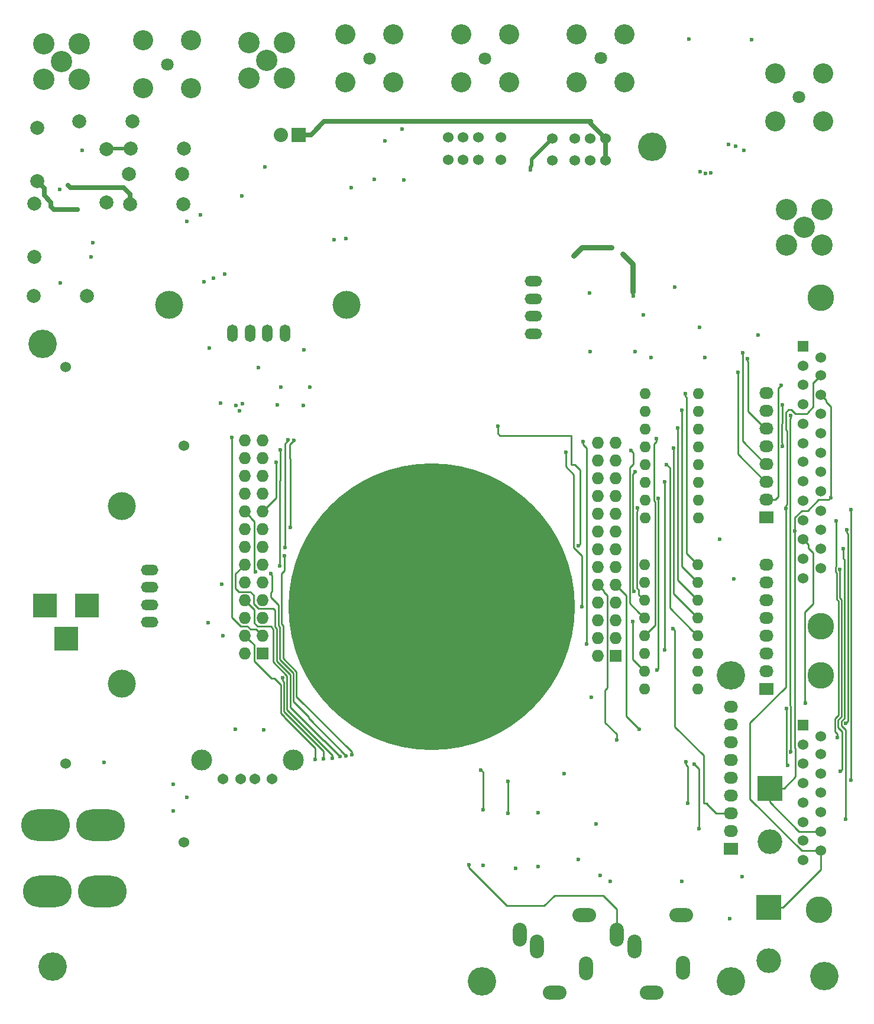
<source format=gbr>
G04 #@! TF.FileFunction,Copper,L4,Bot,Signal*
%FSLAX46Y46*%
G04 Gerber Fmt 4.6, Leading zero omitted, Abs format (unit mm)*
G04 Created by KiCad (PCBNEW 4.0.1-3.201512221401+6198~38~ubuntu15.10.1-stable) date Tue 04 Oct 2016 03:44:24 PM PDT*
%MOMM*%
G01*
G04 APERTURE LIST*
%ADD10C,0.100000*%
%ADD11C,4.064000*%
%ADD12O,1.600000X1.600000*%
%ADD13R,1.727200X1.727200*%
%ADD14O,1.727200X1.727200*%
%ADD15C,1.998980*%
%ADD16O,2.499360X1.501140*%
%ADD17C,1.524000*%
%ADD18C,1.800000*%
%ADD19C,2.880000*%
%ADD20C,3.048000*%
%ADD21R,2.032000X2.032000*%
%ADD22O,2.032000X2.032000*%
%ADD23C,4.000000*%
%ADD24O,7.000000X4.500000*%
%ADD25O,1.501140X2.499360*%
%ADD26R,3.500120X3.500120*%
%ADD27C,3.540760*%
%ADD28R,3.540760X3.540760*%
%ADD29R,2.032000X1.727200*%
%ADD30O,2.032000X1.727200*%
%ADD31C,3.810000*%
%ADD32R,1.524000X1.524000*%
%ADD33C,41.000000*%
%ADD34C,1.540000*%
%ADD35C,3.000000*%
%ADD36O,3.400000X2.000000*%
%ADD37O,2.000000X3.400000*%
%ADD38C,0.600000*%
%ADD39C,0.800000*%
%ADD40C,0.250000*%
%ADD41C,0.700000*%
%ADD42C,0.500000*%
G04 APERTURE END LIST*
D10*
D11*
X136815000Y-45990000D03*
X49585000Y-74180000D03*
X50980000Y-163240000D03*
X161520000Y-164635000D03*
X112460000Y-165405000D03*
X148150000Y-165405000D03*
D12*
X135745000Y-105795000D03*
X135745000Y-108335000D03*
X135745000Y-110875000D03*
X135745000Y-113415000D03*
X135745000Y-115955000D03*
X135745000Y-118495000D03*
X135745000Y-121035000D03*
X135745000Y-123575000D03*
X143365000Y-123575000D03*
X143365000Y-121035000D03*
X143365000Y-118495000D03*
X143365000Y-115955000D03*
X143365000Y-113415000D03*
X143365000Y-110875000D03*
X143365000Y-108335000D03*
X143365000Y-105795000D03*
D13*
X131612160Y-118838160D03*
D14*
X129072160Y-118838160D03*
X131612160Y-116298160D03*
X129072160Y-116298160D03*
X131612160Y-113758160D03*
X129072160Y-113758160D03*
X131612160Y-111218160D03*
X129072160Y-111218160D03*
X131612160Y-108678160D03*
X129072160Y-108678160D03*
X131612160Y-106138160D03*
X129072160Y-106138160D03*
X131612160Y-103598160D03*
X129072160Y-103598160D03*
X131612160Y-101058160D03*
X129072160Y-101058160D03*
X131612160Y-98518160D03*
X129072160Y-98518160D03*
X131612160Y-95978160D03*
X129072160Y-95978160D03*
X131612160Y-93438160D03*
X129072160Y-93438160D03*
X131612160Y-90898160D03*
X129072160Y-90898160D03*
X131612160Y-88358160D03*
X129072160Y-88358160D03*
D15*
X62150000Y-46265000D03*
X69770000Y-46265000D03*
D13*
X81017900Y-118459700D03*
D14*
X78477900Y-118459700D03*
X81017900Y-115919700D03*
X78477900Y-115919700D03*
X81017900Y-113379700D03*
X78477900Y-113379700D03*
X81017900Y-110839700D03*
X78477900Y-110839700D03*
X81017900Y-108299700D03*
X78477900Y-108299700D03*
X81017900Y-105759700D03*
X78477900Y-105759700D03*
X81017900Y-103219700D03*
X78477900Y-103219700D03*
X81017900Y-100679700D03*
X78477900Y-100679700D03*
X81017900Y-98139700D03*
X78477900Y-98139700D03*
X81017900Y-95599700D03*
X78477900Y-95599700D03*
X81017900Y-93059700D03*
X78477900Y-93059700D03*
X81017900Y-90519700D03*
X78477900Y-90519700D03*
X81017900Y-87979700D03*
X78477900Y-87979700D03*
D16*
X119855000Y-70275000D03*
X119855000Y-72775000D03*
X119855000Y-67775000D03*
X119855000Y-65275000D03*
D17*
X115200000Y-44705000D03*
X112000000Y-44705000D03*
X109800000Y-44705000D03*
X107600000Y-44705000D03*
X115200000Y-47905000D03*
X112000000Y-47905000D03*
X109800000Y-47905000D03*
X107600000Y-47905000D03*
D18*
X112920000Y-33395000D03*
D19*
X116350000Y-36825000D03*
X109490000Y-36825000D03*
X109490000Y-29965000D03*
X116350000Y-29965000D03*
D18*
X129450000Y-33330000D03*
D19*
X132880000Y-36760000D03*
X126020000Y-36760000D03*
X126020000Y-29900000D03*
X132880000Y-29900000D03*
D17*
X122550000Y-48005000D03*
X125750000Y-48005000D03*
X127950000Y-48005000D03*
X130150000Y-48005000D03*
X122550000Y-44805000D03*
X125750000Y-44805000D03*
X127950000Y-44805000D03*
X130150000Y-44805000D03*
D20*
X158626227Y-57543329D03*
X161166227Y-55003329D03*
X161166227Y-60083329D03*
X156086227Y-60083329D03*
X156086227Y-55003329D03*
D18*
X157861600Y-38929680D03*
D19*
X154431600Y-42359680D03*
X154431600Y-35499680D03*
X161291600Y-35499680D03*
X161291600Y-42359680D03*
D18*
X96375000Y-33365000D03*
D19*
X99805000Y-36795000D03*
X92945000Y-36795000D03*
X92945000Y-29935000D03*
X99805000Y-29935000D03*
D20*
X81685000Y-33625000D03*
X79145000Y-31085000D03*
X84225000Y-31085000D03*
X84225000Y-36165000D03*
X79145000Y-36165000D03*
D21*
X86245000Y-44330000D03*
D22*
X83705000Y-44330000D03*
D18*
X67410000Y-34230000D03*
D19*
X70840000Y-37660000D03*
X63980000Y-37660000D03*
X63980000Y-30800000D03*
X70840000Y-30800000D03*
D15*
X69720000Y-54210000D03*
X62100000Y-54210000D03*
X69575000Y-49895000D03*
X61955000Y-49895000D03*
D23*
X60880000Y-97450000D03*
X60880000Y-122850000D03*
D16*
X64925000Y-111520000D03*
X64925000Y-114020000D03*
X64925000Y-109020000D03*
X64925000Y-106520000D03*
D24*
X50205000Y-152505000D03*
X58105000Y-152505000D03*
D23*
X67675000Y-68590000D03*
X93075000Y-68590000D03*
D24*
X49945000Y-143015000D03*
X57845000Y-143015000D03*
D17*
X52870000Y-77515000D03*
X52870000Y-134215000D03*
D25*
X79240000Y-72705000D03*
X76740000Y-72705000D03*
X81740000Y-72705000D03*
X84240000Y-72705000D03*
D12*
X135825000Y-81290000D03*
X135825000Y-83830000D03*
X135825000Y-86370000D03*
X135825000Y-88910000D03*
X135825000Y-91450000D03*
X135825000Y-93990000D03*
X135825000Y-96530000D03*
X135825000Y-99070000D03*
X143445000Y-99070000D03*
X143445000Y-96530000D03*
X143445000Y-93990000D03*
X143445000Y-91450000D03*
X143445000Y-88910000D03*
X143445000Y-86370000D03*
X143445000Y-83830000D03*
X143445000Y-81290000D03*
D26*
X55910000Y-111645000D03*
X49910520Y-111645000D03*
X52910260Y-116344000D03*
D20*
X52250000Y-33835000D03*
X49710000Y-36375000D03*
X49710000Y-31295000D03*
X54790000Y-31295000D03*
X54790000Y-36375000D03*
D15*
X48780000Y-50940000D03*
X48780000Y-43320000D03*
X62390000Y-42375000D03*
X54770000Y-42375000D03*
X48340000Y-61780000D03*
X48340000Y-54160000D03*
X58685000Y-46345000D03*
X58685000Y-53965000D03*
X55910000Y-67360000D03*
X48290000Y-67360000D03*
D17*
X69815000Y-88760000D03*
X69815000Y-145460000D03*
D27*
X153685000Y-145375000D03*
D28*
X153685000Y-137755000D03*
D27*
X153555000Y-162445000D03*
D28*
X153555000Y-154825000D03*
D29*
X148150000Y-146435000D03*
D30*
X148150000Y-143895000D03*
X148150000Y-141355000D03*
X148150000Y-138815000D03*
X148150000Y-136275000D03*
X148150000Y-133735000D03*
X148150000Y-131195000D03*
X148150000Y-128655000D03*
X148150000Y-126115000D03*
D29*
X153215000Y-123580000D03*
D30*
X153215000Y-121040000D03*
X153215000Y-118500000D03*
X153215000Y-115960000D03*
X153215000Y-113420000D03*
X153215000Y-110880000D03*
X153215000Y-108340000D03*
X153215000Y-105800000D03*
D29*
X153215000Y-99035000D03*
D30*
X153215000Y-96495000D03*
X153215000Y-93955000D03*
X153215000Y-91415000D03*
X153215000Y-88875000D03*
X153215000Y-86335000D03*
X153215000Y-83795000D03*
X153215000Y-81255000D03*
D31*
X160741000Y-155183000D03*
X160995000Y-121655000D03*
D32*
X158455000Y-128767000D03*
D17*
X158455000Y-131561000D03*
X158455000Y-134228000D03*
X158455000Y-137022000D03*
X158455000Y-139816000D03*
X158455000Y-142610000D03*
X158455000Y-145277000D03*
X158455000Y-148071000D03*
X160995000Y-130341800D03*
X160995000Y-132881800D03*
X160995000Y-135675800D03*
X160995000Y-138419000D03*
X160995000Y-141162200D03*
X160995000Y-143956200D03*
X160995000Y-146699400D03*
D31*
X160965000Y-114595000D03*
X160965000Y-67605000D03*
D32*
X158425000Y-74590000D03*
D17*
X158425000Y-77384000D03*
X158425000Y-80051000D03*
X158425000Y-82845000D03*
X158425000Y-85639000D03*
X158425000Y-88433000D03*
X158425000Y-91100000D03*
X158425000Y-93894000D03*
X158425000Y-96688000D03*
X158425000Y-99482000D03*
X158425000Y-102149000D03*
X158425000Y-104943000D03*
X158425000Y-107737000D03*
X160965000Y-76164800D03*
X160965000Y-78704800D03*
X160965000Y-81498800D03*
X160965000Y-84242000D03*
X160965000Y-86985200D03*
X160965000Y-89779200D03*
X160965000Y-92522400D03*
X160965000Y-95265600D03*
X160965000Y-98110400D03*
X160965000Y-100802800D03*
X160965000Y-103546000D03*
X160965000Y-106340000D03*
D33*
X105250000Y-111805000D03*
D11*
X148150000Y-121615000D03*
D34*
X79925000Y-136475000D03*
X77925000Y-136475000D03*
X82425000Y-136475000D03*
X75425000Y-136475000D03*
D35*
X85495000Y-133765000D03*
X72355000Y-133765000D03*
D36*
X122880000Y-167005000D03*
D37*
X120380000Y-160405000D03*
X117880000Y-158705000D03*
X127380000Y-163505000D03*
D36*
X127080000Y-155905000D03*
X136790000Y-166975000D03*
D37*
X134290000Y-160375000D03*
X131790000Y-158675000D03*
X141290000Y-163475000D03*
D36*
X140990000Y-155875000D03*
D38*
X77185000Y-129330000D03*
X52015000Y-52145000D03*
X128170000Y-124730000D03*
X52100000Y-65515000D03*
X58325000Y-134105000D03*
X120470000Y-141310000D03*
X128835000Y-142860000D03*
X152010000Y-72920000D03*
X144395000Y-76170000D03*
X75174000Y-108599000D03*
X75345000Y-115990000D03*
X75055000Y-82640000D03*
X73420000Y-74795000D03*
X86860000Y-83000000D03*
X87850000Y-80400000D03*
X86945000Y-75045000D03*
X147975000Y-156400000D03*
X149760000Y-150385000D03*
X148535000Y-107805000D03*
X140105000Y-66045000D03*
X134155000Y-67385000D03*
X127880000Y-66900000D03*
X135610000Y-70070000D03*
X132595000Y-61370000D03*
X101250000Y-50755000D03*
X97100000Y-50650000D03*
X78070000Y-53085000D03*
X148755000Y-45905000D03*
X145215000Y-49745000D03*
X143752190Y-49582810D03*
X144475000Y-49845000D03*
X149985000Y-46495000D03*
X147775000Y-45710000D03*
X142060000Y-30615000D03*
X146465000Y-102125000D03*
X143645000Y-71845000D03*
X136665000Y-76170000D03*
X134380000Y-75290000D03*
X101065000Y-43470000D03*
X98600000Y-45155000D03*
X93795000Y-51850000D03*
X56485000Y-61770000D03*
X56734000Y-59770000D03*
X70210000Y-56645000D03*
X72160000Y-55795000D03*
X81185000Y-129405000D03*
X73290000Y-114050000D03*
X127970000Y-75290000D03*
X91325000Y-59350000D03*
X92975000Y-59150000D03*
X72710000Y-65350000D03*
X74070000Y-64810000D03*
X75646240Y-64250000D03*
X80485000Y-77625000D03*
X83175000Y-82970000D03*
X83640000Y-80400000D03*
X124210000Y-135665000D03*
X89740000Y-133565000D03*
X83939960Y-121965000D03*
X116170000Y-141380000D03*
X116170000Y-136815000D03*
X88590000Y-133685000D03*
X110600000Y-148735000D03*
X112604999Y-140860001D03*
X112305000Y-135160000D03*
X91050000Y-133455000D03*
X141115000Y-83655000D03*
X119385000Y-49345000D03*
X141610000Y-81290000D03*
X126260000Y-103105000D03*
X114715000Y-86004990D03*
X76630000Y-87590000D03*
X134700000Y-97700000D03*
X54514489Y-54964489D03*
X53210000Y-51535000D03*
X68285680Y-137180680D03*
X70190000Y-139085000D03*
X68285680Y-140995680D03*
X77267000Y-83000000D03*
X77795000Y-83745000D03*
X78215000Y-82742000D03*
X155959999Y-97775001D03*
X164545000Y-128490000D03*
X164709990Y-100802800D03*
X163389990Y-130510000D03*
X163225000Y-99510000D03*
X156235000Y-134535000D03*
X156060000Y-126345000D03*
X158740000Y-125600000D03*
X165335000Y-136635000D03*
X165290000Y-97920000D03*
X164559998Y-142189998D03*
X164166000Y-103546000D03*
X156685001Y-132514999D03*
X156645000Y-84445000D03*
X163750000Y-135380000D03*
X163710000Y-106450000D03*
X157230010Y-100925000D03*
X162410000Y-96210000D03*
X149770000Y-75475000D03*
X149110000Y-78285000D03*
X155315000Y-80155000D03*
X155510010Y-82970000D03*
X155510010Y-88875000D03*
X150515000Y-76290000D03*
X117330000Y-149190000D03*
X129380000Y-150220000D03*
X112625000Y-148790000D03*
X120525000Y-149000000D03*
X126270000Y-147925000D03*
X130835000Y-151055000D03*
X55215000Y-46510000D03*
X141060000Y-151055000D03*
X133830000Y-89450000D03*
X83590000Y-89390000D03*
X83525010Y-105985000D03*
X92145000Y-133240000D03*
X84245000Y-103360000D03*
X84690000Y-87945000D03*
X137415001Y-87784999D03*
X143505000Y-143515000D03*
X142890000Y-134350000D03*
X93810000Y-132955000D03*
X84225000Y-104565000D03*
X127430000Y-117120000D03*
X126970000Y-88220000D03*
X85542008Y-87976890D03*
X85010000Y-100435000D03*
X139805000Y-114905000D03*
X134235009Y-109620000D03*
X134400000Y-92465000D03*
X82964990Y-91115000D03*
X124460000Y-89715011D03*
X126745000Y-111790000D03*
X134090000Y-113920000D03*
X141890000Y-139895000D03*
X141645000Y-134005020D03*
X93015000Y-133105000D03*
X82245000Y-107025000D03*
X80005000Y-106830000D03*
X134995000Y-129350000D03*
X131765000Y-130815000D03*
X151115000Y-30705000D03*
X81400000Y-48910000D03*
X137545000Y-120905000D03*
X137720000Y-96335000D03*
X138640000Y-118000000D03*
X138640000Y-93920000D03*
X138925000Y-91450000D03*
X143365000Y-113415000D03*
X139859990Y-89145000D03*
X140485000Y-86265000D03*
D39*
X126740000Y-60405000D02*
X131020000Y-60405000D01*
X125590000Y-61555000D02*
X126740000Y-60405000D01*
X134040000Y-62815000D02*
X134040000Y-66790000D01*
X132595000Y-61370000D02*
X134040000Y-62815000D01*
D40*
X89740000Y-132440000D02*
X89740000Y-133565000D01*
X87795000Y-130495000D02*
X89740000Y-132440000D01*
X84114960Y-126814960D02*
X87795000Y-130495000D01*
X83939960Y-121965000D02*
X83939960Y-122389264D01*
X83939960Y-122389264D02*
X84114960Y-122564264D01*
X84114960Y-122564264D02*
X84114960Y-126814960D01*
X116170000Y-136815000D02*
X116170000Y-141380000D01*
X88590000Y-132030000D02*
X88590000Y-133685000D01*
X84165000Y-127605000D02*
X88590000Y-132030000D01*
X83664950Y-127074950D02*
X84165000Y-127575000D01*
X84165000Y-127575000D02*
X84165000Y-127605000D01*
X82595000Y-122055000D02*
X82720000Y-122055000D01*
X82720000Y-122055000D02*
X83664950Y-122999950D01*
X83664950Y-122999950D02*
X83664950Y-127074950D01*
X82300998Y-122055000D02*
X82595000Y-122055000D01*
X79388299Y-116783299D02*
X79829299Y-117224299D01*
X79829299Y-117224299D02*
X79829299Y-119583301D01*
X79829299Y-119583301D02*
X82300998Y-122055000D01*
X78477900Y-115919700D02*
X79341499Y-116783299D01*
X79341499Y-116783299D02*
X79388299Y-116783299D01*
X110600000Y-148735000D02*
X110600000Y-149159264D01*
X110600000Y-149159264D02*
X116030736Y-154590000D01*
X116030736Y-154590000D02*
X121340000Y-154590000D01*
X121340000Y-154590000D02*
X122850000Y-153080000D01*
X129820000Y-153080000D02*
X131790000Y-155050000D01*
X122850000Y-153080000D02*
X129820000Y-153080000D01*
X131790000Y-155050000D02*
X131790000Y-158675000D01*
X112305000Y-135160000D02*
X112604999Y-135459999D01*
X112604999Y-135459999D02*
X112604999Y-140860001D01*
X91050000Y-133015000D02*
X91050000Y-133455000D01*
X84564970Y-126529970D02*
X91050000Y-133015000D01*
X82575000Y-117160000D02*
X82575000Y-117335000D01*
X82575000Y-115032820D02*
X82575000Y-117160000D01*
X82575000Y-117160000D02*
X82575000Y-119697818D01*
X82575000Y-119697818D02*
X84564970Y-121687788D01*
X84564970Y-121687788D02*
X84564970Y-126529970D01*
X82400000Y-114730000D02*
X82400000Y-114857820D01*
X82400000Y-114857820D02*
X82575000Y-115032820D01*
X79829299Y-114109299D02*
X80288301Y-114568301D01*
X80288301Y-114568301D02*
X82238301Y-114568301D01*
X82238301Y-114568301D02*
X82400000Y-114730000D01*
X78477900Y-110839700D02*
X79829299Y-112191099D01*
X79829299Y-112191099D02*
X79829299Y-114109299D01*
X141115000Y-83655000D02*
X141115000Y-106085000D01*
X141115000Y-106085000D02*
X143365000Y-108335000D01*
D41*
X130150000Y-44805000D02*
X130150000Y-48005000D01*
X128080000Y-42400000D02*
X128080000Y-42735000D01*
X128080000Y-42735000D02*
X130150000Y-44805000D01*
X89891000Y-42400000D02*
X128080000Y-42400000D01*
X86245000Y-44330000D02*
X87961000Y-44330000D01*
X87961000Y-44330000D02*
X89891000Y-42400000D01*
D42*
X119540000Y-48765736D02*
X119540000Y-47815000D01*
X119540000Y-47815000D02*
X122550000Y-44805000D01*
X119385000Y-49345000D02*
X119385000Y-48920736D01*
X119385000Y-48920736D02*
X119540000Y-48765736D01*
D40*
X141750000Y-81854264D02*
X141750000Y-104180000D01*
X141750000Y-104180000D02*
X143365000Y-105795000D01*
X141610000Y-81290000D02*
X141610000Y-81714264D01*
X141610000Y-81714264D02*
X141750000Y-81854264D01*
X126529980Y-102835020D02*
X126260000Y-103105000D01*
X126529980Y-93530000D02*
X126529980Y-102835020D01*
X126529980Y-92259980D02*
X126529980Y-93530000D01*
X125225000Y-91460000D02*
X125730000Y-91460000D01*
X125730000Y-91460000D02*
X126529980Y-92259980D01*
X125225000Y-87360000D02*
X125225000Y-91460000D01*
X114715000Y-87035000D02*
X115040000Y-87360000D01*
X115040000Y-87360000D02*
X125225000Y-87360000D01*
X114715000Y-86004990D02*
X114715000Y-87035000D01*
X76630000Y-113290930D02*
X76630000Y-87590000D01*
X81017900Y-115919700D02*
X80154301Y-115056101D01*
X80154301Y-115056101D02*
X79373431Y-115056101D01*
X79373431Y-115056101D02*
X78885631Y-114568301D01*
X78885631Y-114568301D02*
X77907371Y-114568301D01*
X77907371Y-114568301D02*
X76630000Y-113290930D01*
X134619999Y-109099999D02*
X134945001Y-109425001D01*
X134945001Y-109425001D02*
X134945001Y-110075001D01*
X134945001Y-110075001D02*
X135745000Y-110875000D01*
X134700000Y-97700000D02*
X134700000Y-98124264D01*
X134700000Y-98124264D02*
X134619999Y-98204265D01*
X134619999Y-98204265D02*
X134619999Y-109099999D01*
D41*
X50760000Y-54560000D02*
X51164489Y-54964489D01*
X51164489Y-54964489D02*
X54514489Y-54964489D01*
X50760000Y-53945000D02*
X50760000Y-54560000D01*
X49779489Y-52964489D02*
X50760000Y-53945000D01*
X48780000Y-50940000D02*
X49779489Y-51939489D01*
X49779489Y-51939489D02*
X49779489Y-52964489D01*
X53570000Y-51895000D02*
X53210000Y-51535000D01*
X61198492Y-51895000D02*
X53570000Y-51895000D01*
X62100000Y-54210000D02*
X62100000Y-52796508D01*
X62100000Y-52796508D02*
X61198492Y-51895000D01*
D42*
X62150000Y-46265000D02*
X58765000Y-46265000D01*
X58765000Y-46265000D02*
X58685000Y-46345000D01*
D40*
X150850000Y-128409602D02*
X150850000Y-139280762D01*
X159917370Y-146699400D02*
X160995000Y-146699400D01*
X150850000Y-139280762D02*
X158268638Y-146699400D01*
X158268638Y-146699400D02*
X159917370Y-146699400D01*
X155959999Y-97775001D02*
X155959999Y-123299603D01*
X155959999Y-123299603D02*
X150850000Y-128409602D01*
X156305002Y-83639998D02*
X155945782Y-83999218D01*
X155945782Y-83999218D02*
X155945782Y-86465782D01*
X155945782Y-86465782D02*
X156154990Y-86674990D01*
X155959999Y-97350737D02*
X155959999Y-97775001D01*
X156154990Y-86674990D02*
X156154990Y-97155746D01*
X156154990Y-97155746D02*
X155959999Y-97350737D01*
X156765000Y-83639998D02*
X156305002Y-83639998D01*
X158925000Y-84240000D02*
X157365002Y-84240000D01*
X157365002Y-84240000D02*
X156765000Y-83639998D01*
X159172999Y-83992001D02*
X158925000Y-84240000D01*
X159877999Y-83227001D02*
X159172999Y-83932001D01*
X159172999Y-83932001D02*
X159172999Y-83992001D01*
X159877999Y-79737001D02*
X159932799Y-79737001D01*
X159932799Y-79737001D02*
X160965000Y-78704800D01*
X159877999Y-83227001D02*
X159877999Y-79737001D01*
X153555000Y-154825000D02*
X155575380Y-154825000D01*
X160995000Y-149405380D02*
X160995000Y-147777030D01*
X160995000Y-147777030D02*
X160995000Y-146699400D01*
X155575380Y-154825000D02*
X160995000Y-149405380D01*
X164850000Y-128185000D02*
X164545000Y-128490000D01*
X164850000Y-112295000D02*
X164850000Y-128185000D01*
X164850000Y-108295000D02*
X164850000Y-112295000D01*
X164850000Y-101367074D02*
X164850000Y-108295000D01*
X164709990Y-100802800D02*
X164709990Y-101227064D01*
X164709990Y-101227064D02*
X164850000Y-101367074D01*
X163355000Y-130025000D02*
X163355000Y-130475010D01*
X163355000Y-130475010D02*
X163389990Y-130510000D01*
X163019979Y-129689979D02*
X163355000Y-130025000D01*
X163499970Y-110986400D02*
X163499970Y-127337208D01*
X163499970Y-127337208D02*
X163019979Y-127817199D01*
X163019979Y-127817199D02*
X163019979Y-129689979D01*
X163259990Y-109320010D02*
X163259991Y-110746421D01*
X163259991Y-110746421D02*
X163499970Y-110986400D01*
X163259990Y-107014990D02*
X163259990Y-109320010D01*
X163225000Y-99510000D02*
X163225000Y-106009998D01*
X163225000Y-106009998D02*
X163084999Y-106149999D01*
X163084999Y-106149999D02*
X163084999Y-106839999D01*
X163084999Y-106839999D02*
X163259990Y-107014990D01*
X156060000Y-134360000D02*
X156235000Y-134535000D01*
X156060000Y-126345000D02*
X156060000Y-134360000D01*
X158740000Y-125290000D02*
X158740000Y-125600000D01*
X158734999Y-125284999D02*
X158740000Y-125290000D01*
X159877999Y-111417001D02*
X158734999Y-112560001D01*
X158734999Y-112560001D02*
X158734999Y-125284999D01*
X159186999Y-103421999D02*
X159877999Y-104112999D01*
X159877999Y-104112999D02*
X159877999Y-111417001D01*
X158425000Y-102149000D02*
X159186999Y-102910999D01*
X159186999Y-102910999D02*
X159186999Y-103421999D01*
X165335000Y-98389264D02*
X165335000Y-136635000D01*
X165290000Y-97920000D02*
X165290000Y-98344264D01*
X165290000Y-98344264D02*
X165335000Y-98389264D01*
X164559998Y-129430000D02*
X164559998Y-142189998D01*
X163919999Y-128189999D02*
X163919999Y-128790001D01*
X163919999Y-128790001D02*
X164559998Y-129430000D01*
X164399990Y-112108600D02*
X164399990Y-127710008D01*
X164399990Y-127710008D02*
X163919999Y-128189999D01*
X164399990Y-105079990D02*
X164399990Y-112108600D01*
X164190000Y-103994264D02*
X164190000Y-104870000D01*
X164190000Y-104870000D02*
X164399990Y-105079990D01*
X164166000Y-103546000D02*
X164166000Y-103970264D01*
X164166000Y-103970264D02*
X164190000Y-103994264D01*
X156510010Y-132689990D02*
X156685001Y-132514999D01*
X156605000Y-84909264D02*
X156605000Y-125964998D01*
X156685001Y-126044999D02*
X156685001Y-132514999D01*
X156605000Y-125964998D02*
X156685001Y-126044999D01*
X156645000Y-84445000D02*
X156645000Y-84869264D01*
X156645000Y-84869264D02*
X156605000Y-84909264D01*
X164015000Y-132220000D02*
X164015000Y-135115000D01*
X164015000Y-135115000D02*
X163750000Y-135380000D01*
X164015000Y-129630000D02*
X164015000Y-132220000D01*
X163949980Y-127035000D02*
X163949980Y-127523608D01*
X163949980Y-127523608D02*
X163469989Y-128003599D01*
X163469989Y-128003599D02*
X163469989Y-129084989D01*
X163469989Y-129084989D02*
X164015000Y-129630000D01*
X163949980Y-126265020D02*
X163949980Y-127035000D01*
X163949980Y-110800000D02*
X163949980Y-126265020D01*
X163710000Y-110560020D02*
X163949980Y-110800000D01*
X163710000Y-106450000D02*
X163710000Y-110560020D01*
X157230010Y-100925000D02*
X157230010Y-131944772D01*
X157230010Y-131944772D02*
X157367999Y-132082761D01*
X157367999Y-132082761D02*
X157367999Y-136092381D01*
X157367999Y-136092381D02*
X155705380Y-137755000D01*
X155705380Y-137755000D02*
X153685000Y-137755000D01*
X159125000Y-98050000D02*
X160665001Y-96509999D01*
X160665001Y-96509999D02*
X162110001Y-96509999D01*
X162110001Y-96509999D02*
X162410000Y-96210000D01*
X158248238Y-98050000D02*
X159125000Y-98050000D01*
X157255000Y-100475746D02*
X157255000Y-99043238D01*
X157255000Y-99043238D02*
X158248238Y-98050000D01*
X157230010Y-100925000D02*
X157230010Y-100500736D01*
X157230010Y-100500736D02*
X157255000Y-100475746D01*
X162410000Y-83180000D02*
X162410000Y-96210000D01*
X161726999Y-82496999D02*
X162410000Y-83180000D01*
X160965000Y-81498800D02*
X161726999Y-82260799D01*
X161726999Y-82260799D02*
X161726999Y-82496999D01*
X153685000Y-137755000D02*
X153685000Y-139775380D01*
X153685000Y-139775380D02*
X157865820Y-143956200D01*
X157865820Y-143956200D02*
X160995000Y-143956200D01*
X149770000Y-75475000D02*
X149770000Y-88122400D01*
X149770000Y-88122400D02*
X153062600Y-91415000D01*
X153062600Y-91415000D02*
X153215000Y-91415000D01*
X149110000Y-78285000D02*
X149110000Y-90002400D01*
X149110000Y-90002400D02*
X153062600Y-93955000D01*
X153062600Y-93955000D02*
X153215000Y-93955000D01*
X154885000Y-80585000D02*
X155315000Y-80155000D01*
X154885000Y-96091000D02*
X154885000Y-80585000D01*
X153215000Y-96495000D02*
X154481000Y-96495000D01*
X154481000Y-96495000D02*
X154885000Y-96091000D01*
X155435000Y-88375726D02*
X155510010Y-82970000D01*
X155435000Y-82970000D02*
X155510010Y-82970000D01*
X155510010Y-88875000D02*
X155510010Y-88450736D01*
X155510010Y-88450736D02*
X155435000Y-88375726D01*
X150515000Y-76290000D02*
X150515000Y-76714264D01*
X150515000Y-76714264D02*
X150590000Y-76789264D01*
X150590000Y-76789264D02*
X150590000Y-83862400D01*
X150590000Y-83862400D02*
X153062600Y-86335000D01*
X153062600Y-86335000D02*
X153215000Y-86335000D01*
X133830000Y-89450000D02*
X134129999Y-89749999D01*
X134129999Y-89749999D02*
X134129999Y-91394999D01*
X134129999Y-91394999D02*
X133609999Y-91914999D01*
X133609999Y-91914999D02*
X133609999Y-111279999D01*
X133609999Y-111279999D02*
X134945001Y-112615001D01*
X134945001Y-112615001D02*
X135745000Y-113415000D01*
X83590000Y-93742690D02*
X83590000Y-89390000D01*
X83525010Y-105985000D02*
X83525010Y-93807680D01*
X83525010Y-93807680D02*
X83590000Y-93742690D01*
X89840000Y-130935000D02*
X92145000Y-133240000D01*
X85014980Y-126179980D02*
X89770000Y-130935000D01*
X89770000Y-130935000D02*
X89840000Y-130935000D01*
X83079971Y-119566381D02*
X85014980Y-121501390D01*
X85014980Y-121501390D02*
X85014980Y-126179980D01*
X82874970Y-114696380D02*
X83079970Y-114901380D01*
X83079970Y-114901380D02*
X83079971Y-119566381D01*
X82874970Y-113986400D02*
X82874970Y-114696380D01*
X82874970Y-112321572D02*
X82874970Y-113986400D01*
X82581699Y-112028301D02*
X82874970Y-112321572D01*
X80385000Y-111985000D02*
X80404070Y-111985000D01*
X80404070Y-111985000D02*
X80447371Y-112028301D01*
X80447371Y-112028301D02*
X82581699Y-112028301D01*
X79765000Y-111365000D02*
X80385000Y-111985000D01*
X79765000Y-110137198D02*
X79765000Y-111365000D01*
X79278901Y-109651099D02*
X79765000Y-110137198D01*
X77185000Y-109185000D02*
X77651099Y-109651099D01*
X77651099Y-109651099D02*
X79278901Y-109651099D01*
X77185000Y-107052600D02*
X77185000Y-109185000D01*
X78477900Y-105759700D02*
X77185000Y-107052600D01*
X137260000Y-96820000D02*
X137260000Y-114440000D01*
X84245000Y-103360000D02*
X84245000Y-88480000D01*
X84690000Y-88035000D02*
X84690000Y-87945000D01*
X84245000Y-88480000D02*
X84690000Y-88035000D01*
X137094999Y-88529265D02*
X137094999Y-96654999D01*
X137415001Y-88209263D02*
X137094999Y-88529265D01*
X137415001Y-87784999D02*
X137415001Y-88209263D01*
X137094999Y-96654999D02*
X137260000Y-96820000D01*
X137260000Y-114440000D02*
X135745000Y-115955000D01*
X143505000Y-134965000D02*
X143505000Y-143515000D01*
X142890000Y-134350000D02*
X143505000Y-134965000D01*
X93810000Y-132545002D02*
X93810000Y-132955000D01*
X85915000Y-121110000D02*
X85915000Y-124650002D01*
X85915000Y-124650002D02*
X93810000Y-132545002D01*
X83979990Y-119174990D02*
X85915000Y-121110000D01*
X83979990Y-116909990D02*
X83979990Y-119174990D01*
X83979990Y-114816400D02*
X83979990Y-116909990D01*
X83979990Y-114494990D02*
X83979990Y-114816400D01*
X84225000Y-106590000D02*
X84225000Y-106628590D01*
X83774990Y-107078600D02*
X83774990Y-114289990D01*
X84225000Y-106628590D02*
X83774990Y-107078600D01*
X83774990Y-114289990D02*
X83979990Y-114494990D01*
X84225000Y-104565000D02*
X84225000Y-106590000D01*
X127430000Y-89104264D02*
X127430000Y-117120000D01*
X126970000Y-88220000D02*
X126970000Y-88644264D01*
X126970000Y-88644264D02*
X127430000Y-89104264D01*
X85475000Y-88085002D02*
X85475000Y-88043898D01*
X85475000Y-88043898D02*
X85542008Y-87976890D01*
X84990001Y-88570001D02*
X85475000Y-88085002D01*
X85010000Y-90660000D02*
X84990001Y-90640001D01*
X84990001Y-90640001D02*
X84990001Y-88570001D01*
X85010000Y-100435000D02*
X85010000Y-90660000D01*
X144550000Y-139935000D02*
X144712600Y-139935000D01*
X144220000Y-139935000D02*
X144550000Y-139935000D01*
X144550000Y-139935000D02*
X145970000Y-141355000D01*
X145970000Y-141355000D02*
X148150000Y-141355000D01*
X144220000Y-133080000D02*
X144220000Y-139935000D01*
X140104999Y-128964999D02*
X144220000Y-133080000D01*
X139805000Y-114905000D02*
X140104999Y-115204999D01*
X140104999Y-115204999D02*
X140104999Y-128964999D01*
X134060009Y-109460009D02*
X134235009Y-109620000D01*
X134220000Y-109620000D02*
X134235009Y-109620000D01*
X134400000Y-92465000D02*
X134060009Y-92804991D01*
X134060009Y-92804991D02*
X134060009Y-109460009D01*
X82964990Y-91115000D02*
X82964990Y-96192610D01*
X82964990Y-96192610D02*
X81017900Y-98139700D01*
X124460000Y-91775000D02*
X124460000Y-89715011D01*
X124460000Y-89705000D02*
X124460000Y-89715011D01*
X125580000Y-92895000D02*
X124460000Y-91775000D01*
X125580000Y-103350002D02*
X125580000Y-92895000D01*
X126745000Y-111790000D02*
X126745000Y-104515002D01*
X126745000Y-104515002D02*
X125580000Y-103350002D01*
X134090000Y-119380000D02*
X134090000Y-113920000D01*
X135745000Y-121035000D02*
X134090000Y-119380000D01*
X141890000Y-134674284D02*
X141890000Y-139895000D01*
X141645000Y-134005020D02*
X141645000Y-134429284D01*
X141645000Y-134429284D02*
X141890000Y-134674284D01*
X87670000Y-127760000D02*
X93015000Y-133105000D01*
X85464990Y-125334990D02*
X87670000Y-127540000D01*
X87670000Y-127540000D02*
X87670000Y-127760000D01*
X85464990Y-121314990D02*
X85464990Y-125334990D01*
X83529980Y-114714980D02*
X83529980Y-119379980D01*
X83529980Y-119379980D02*
X85464990Y-121314990D01*
X83324980Y-113800000D02*
X83324980Y-114509980D01*
X83324980Y-114509980D02*
X83529980Y-114714980D01*
X83324980Y-111528896D02*
X83324980Y-113800000D01*
X82274999Y-110434999D02*
X82274999Y-110478915D01*
X82274999Y-110478915D02*
X83324980Y-111528896D01*
X82425000Y-109605000D02*
X82274999Y-109755001D01*
X82274999Y-109755001D02*
X82274999Y-110434999D01*
X82425000Y-107345000D02*
X82425000Y-109605000D01*
X82245000Y-107025000D02*
X82245000Y-107165000D01*
X82245000Y-107165000D02*
X82425000Y-107345000D01*
X79829299Y-106654299D02*
X80005000Y-106830000D01*
X79829299Y-102649171D02*
X79829299Y-106654299D01*
X79829299Y-100204299D02*
X79829299Y-102649171D01*
X79341499Y-99091499D02*
X79829299Y-99579299D01*
X79829299Y-99579299D02*
X79829299Y-100204299D01*
X78477900Y-98139700D02*
X79341499Y-99003299D01*
X79341499Y-99003299D02*
X79341499Y-99091499D01*
X133110000Y-127465000D02*
X134995000Y-129350000D01*
X133110000Y-110176000D02*
X133110000Y-127465000D01*
X131612160Y-108678160D02*
X133110000Y-110176000D01*
X131765000Y-130045000D02*
X131765000Y-130815000D01*
X130094999Y-128374999D02*
X131765000Y-130045000D01*
X129935759Y-109695759D02*
X130423559Y-110183559D01*
X130423559Y-110183559D02*
X130423559Y-123399999D01*
X130423559Y-123399999D02*
X130094999Y-123728559D01*
X130094999Y-123728559D02*
X130094999Y-128374999D01*
X129072160Y-108678160D02*
X129935759Y-109541759D01*
X129935759Y-109541759D02*
X129935759Y-109695759D01*
X137720000Y-96335000D02*
X137720000Y-120730000D01*
X137720000Y-120730000D02*
X137545000Y-120905000D01*
X138640000Y-93920000D02*
X138640000Y-118000000D01*
X138925000Y-91450000D02*
X139409980Y-91934980D01*
X139409980Y-91934980D02*
X139409980Y-111999980D01*
X139409980Y-111999980D02*
X142565001Y-115155001D01*
X142565001Y-115155001D02*
X143365000Y-115955000D01*
X139859990Y-89145000D02*
X139859990Y-109909990D01*
X139859990Y-109909990D02*
X143365000Y-113415000D01*
X140485000Y-86265000D02*
X140485000Y-107995000D01*
X140485000Y-107995000D02*
X143365000Y-110875000D01*
M02*

</source>
